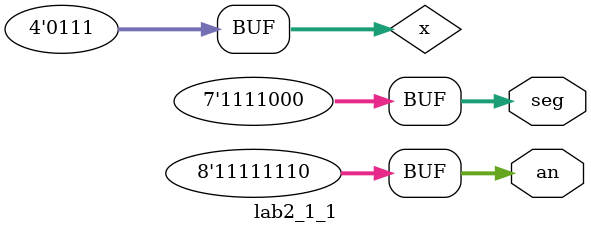
<source format=v>
`timescale 1ns / 1ps


module lab2_1_1(
    output [7:0] an,
    output [6:0] seg
    );
    reg [3:0] x = 4'd7;
    assign seg[0] = ((~x[3] && ~x[2] && ~x[1] && x[0]) | (~x[3] && x[2] && ~x[1] && ~x[0])) && ~(x[3] && (x[2] | x[1]));
    assign seg[1] = (~x[3] && x[2] && ~x[1] && x[0]) | (~x[3] && x[2] && x[1] && ~x[0]) | (x[3] && (x[2] | x[1]));
    assign seg[2] = (~x[3] && ~x[2] && x[1] && ~x[0]) | (x[3] && (x[2] | x[1]));
    assign seg[3] = ((~x[3] && ~x[2] && ~x[1] && x[0]) | (~x[3] && x[2] && ~x[1] && ~x[0]) | (~x[3] && x[2] && x[1] && x[0])) && ~(x[3] && (x[2] | x[1]));
    assign seg[4] = ((~x[3] && ~x[2] && ~x[1] && x[0]) | (~x[3] && ~x[2] && x[1] && x[0]) | (~x[3] && x[2] && ~x[1] && ~x[0]) | (~x[3] && x[2] && ~x[1] && x[0]) | (~x[3] && x[2] && x[1] && x[0]) | (x[3] && ~x[2] && ~x[1] && x[0])) && ~(x[3] && (x[2] | x[1]));
    assign seg[5] = ((~x[3] && ~x[2] && ~x[1] && x[0]) | (~x[3] && ~x[2] && x[1] && ~x[0]) | (~x[3] && ~x[2] && x[1] && x[0]) | (~x[3] && x[2] && x[1] && x[0])) && ~(x[3] && (x[2] | x[1]));
    assign seg[6] = ((~x[3] && ~x[2] && ~x[1] && ~x[0]) | (~x[3] && ~x[2] && ~x[1] && x[0]) | (~x[3] && x[2] && x[1] && x[0])) && ~(x[3] && (x[2] | x[1]));
    assign an[0] = 0;
    assign an[1] = 1;
    assign an[2] = 1;
    assign an[3] = 1;
    assign an[4] = 1;
    assign an[5] = 1;
    assign an[6] = 1;
    assign an[7] = 1;
    
    
endmodule

</source>
